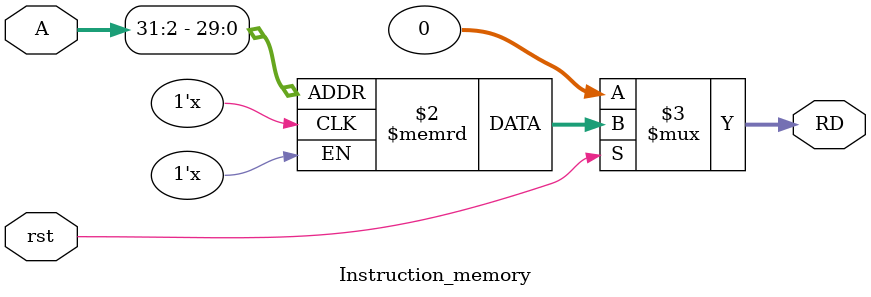
<source format=v>
`timescale 1ns / 1ps


module Instruction_memory(
 input [31:0] A , //address
 input rst,
 output [31:0] RD 
    );
    
   reg [31:0] Mem [1023:0] ;
   
   assign RD = (rst == 1'b0) ? 32'h00000000 : Mem[A[31:2]];
   
   
   
   
endmodule

</source>
